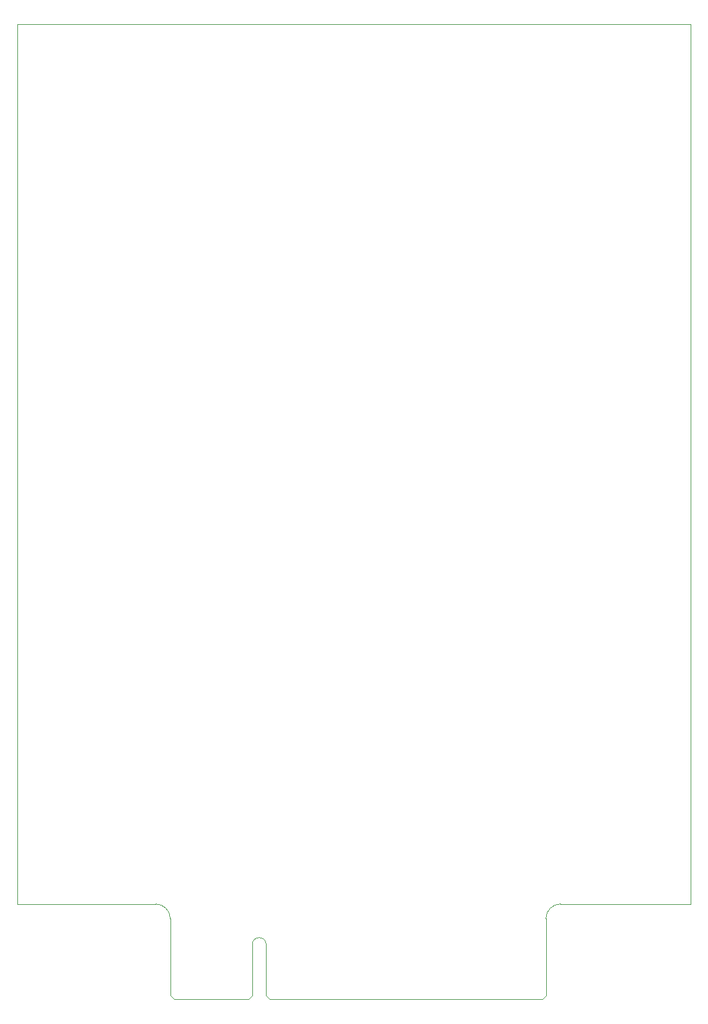
<source format=gm1>
G04 Layer_Color=16711935*
%FSLAX44Y44*%
%MOMM*%
G71*
G01*
G75*
%ADD62C,0.1000*%
D62*
X340000Y74500D02*
G03*
X321000Y74500I-9500J0D01*
G01*
X209000Y110000D02*
G03*
X189000Y130000I-20000J0D01*
G01*
X742000Y130000D02*
G03*
X722000Y110000I0J-20000D01*
G01*
X717000Y0D02*
X722000Y5000D01*
X340000D02*
X345000Y0D01*
X316000D02*
X321000Y5000D01*
X209000D02*
X214000Y0D01*
X345000D02*
X717000D01*
X340000Y5000D02*
Y74500D01*
X321000Y5000D02*
Y74500D01*
X214000Y0D02*
X316000D01*
X209000Y5000D02*
Y110000D01*
X0Y130000D02*
Y1330000D01*
Y130000D02*
X189000D01*
X0Y1330000D02*
X920000D01*
Y130000D02*
Y1330000D01*
X742000Y130000D02*
X920000D01*
X722000Y5000D02*
Y110000D01*
M02*

</source>
